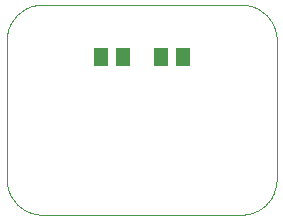
<source format=gbp>
G04 EAGLE Gerber RS-274X export*
G75*
%MOMM*%
%FSLAX35Y35*%
%LPD*%
%INsolder_paste_bottom*%
%IPPOS*%
%AMOC8*
5,1,8,0,0,1.08239X$1,22.5*%
G01*
%ADD10C,0.000000*%
%ADD11R,1.300000X1.500000*%


D10*
X1778000Y2240000D02*
X1778000Y1062000D01*
X1778088Y1054751D01*
X1778350Y1047506D01*
X1778788Y1040270D01*
X1779401Y1033046D01*
X1780187Y1025839D01*
X1781148Y1018653D01*
X1782282Y1011493D01*
X1783589Y1004362D01*
X1785068Y997265D01*
X1786717Y990205D01*
X1788537Y983188D01*
X1790526Y976216D01*
X1792683Y969295D01*
X1795006Y962428D01*
X1797495Y955619D01*
X1800148Y948872D01*
X1802962Y942191D01*
X1805938Y935580D01*
X1809072Y929043D01*
X1812363Y922583D01*
X1815810Y916205D01*
X1819409Y909912D01*
X1823160Y903708D01*
X1827059Y897596D01*
X1831105Y891581D01*
X1835295Y885664D01*
X1839627Y879851D01*
X1844098Y874144D01*
X1848705Y868547D01*
X1853447Y863063D01*
X1858319Y857695D01*
X1863320Y852447D01*
X1868447Y847320D01*
X1873695Y842319D01*
X1879063Y837447D01*
X1884547Y832705D01*
X1890144Y828098D01*
X1895851Y823627D01*
X1901664Y819295D01*
X1907581Y815105D01*
X1913596Y811059D01*
X1919708Y807160D01*
X1925912Y803409D01*
X1932205Y799810D01*
X1938583Y796363D01*
X1945043Y793072D01*
X1951580Y789938D01*
X1958191Y786962D01*
X1964872Y784148D01*
X1971619Y781495D01*
X1978428Y779006D01*
X1985295Y776683D01*
X1992216Y774526D01*
X1999188Y772537D01*
X2006205Y770717D01*
X2013265Y769068D01*
X2020362Y767589D01*
X2027493Y766282D01*
X2034653Y765148D01*
X2041839Y764187D01*
X2049046Y763401D01*
X2056270Y762788D01*
X2063506Y762350D01*
X2070751Y762088D01*
X2078000Y762000D01*
X3762337Y762000D01*
X3769696Y762090D01*
X3777050Y762361D01*
X3784395Y762812D01*
X3791727Y763443D01*
X3799042Y764254D01*
X3806334Y765244D01*
X3813600Y766412D01*
X3820835Y767759D01*
X3828034Y769282D01*
X3835195Y770981D01*
X3842311Y772856D01*
X3849379Y774905D01*
X3856395Y777126D01*
X3863354Y779519D01*
X3870253Y782082D01*
X3877086Y784813D01*
X3883851Y787711D01*
X3890542Y790774D01*
X3897157Y794001D01*
X3903690Y797388D01*
X3910138Y800935D01*
X3916497Y804639D01*
X3922763Y808498D01*
X3928933Y812509D01*
X3935003Y816670D01*
X3940968Y820980D01*
X3946827Y825434D01*
X3952574Y830030D01*
X3958206Y834766D01*
X3963721Y839639D01*
X3969115Y844646D01*
X3974384Y849783D01*
X3979526Y855048D01*
X3984537Y860438D01*
X3989414Y865949D01*
X3994154Y871578D01*
X3998755Y877321D01*
X4003214Y883176D01*
X4007528Y889138D01*
X4011694Y895204D01*
X4015711Y901371D01*
X4019574Y907634D01*
X4023283Y913990D01*
X4026835Y920435D01*
X4030228Y926966D01*
X4033460Y933577D01*
X4036528Y940266D01*
X4039432Y947028D01*
X4042169Y953860D01*
X4044737Y960756D01*
X4047135Y967714D01*
X4049362Y974728D01*
X4051417Y981794D01*
X4053297Y988909D01*
X4055002Y996068D01*
X4056531Y1003267D01*
X4057884Y1010501D01*
X4059058Y1017765D01*
X4060054Y1025057D01*
X4060870Y1032371D01*
X4061507Y1039702D01*
X4061964Y1047047D01*
X4062241Y1054401D01*
X4062337Y1061760D01*
X4063662Y2239685D01*
X4063582Y2246939D01*
X4063327Y2254189D01*
X4062896Y2261431D01*
X4062291Y2268660D01*
X4061511Y2275872D01*
X4060557Y2283064D01*
X4059429Y2290230D01*
X4058128Y2297367D01*
X4056655Y2304471D01*
X4055010Y2311536D01*
X4053196Y2318560D01*
X4051212Y2325538D01*
X4049059Y2332466D01*
X4046740Y2339340D01*
X4044256Y2346156D01*
X4041607Y2352910D01*
X4038796Y2359598D01*
X4035823Y2366215D01*
X4032692Y2372759D01*
X4029403Y2379226D01*
X4025959Y2385611D01*
X4022362Y2391910D01*
X4018613Y2398121D01*
X4014715Y2404240D01*
X4010671Y2410262D01*
X4006482Y2416185D01*
X4002151Y2422005D01*
X3997680Y2427718D01*
X3993073Y2433322D01*
X3988331Y2438813D01*
X3983458Y2444187D01*
X3978457Y2449442D01*
X3973330Y2454574D01*
X3968080Y2459581D01*
X3962711Y2464460D01*
X3957225Y2469207D01*
X3951626Y2473821D01*
X3945918Y2478297D01*
X3940102Y2482634D01*
X3934184Y2486830D01*
X3928166Y2490881D01*
X3922051Y2494785D01*
X3915844Y2498540D01*
X3909548Y2502144D01*
X3903167Y2505595D01*
X3896704Y2508890D01*
X3890163Y2512029D01*
X3883549Y2515008D01*
X3876864Y2517826D01*
X3870113Y2520482D01*
X3863300Y2522974D01*
X3856428Y2525300D01*
X3849503Y2527460D01*
X3842527Y2529451D01*
X3835505Y2531273D01*
X3828441Y2532925D01*
X3821339Y2534405D01*
X3814203Y2535714D01*
X3807038Y2536849D01*
X3799848Y2537811D01*
X3792636Y2538599D01*
X3785407Y2539212D01*
X3778166Y2539650D01*
X3770916Y2539913D01*
X3763662Y2540000D01*
X3763663Y2540000D02*
X2078000Y2540000D01*
X2070751Y2539912D01*
X2063506Y2539650D01*
X2056270Y2539212D01*
X2049046Y2538599D01*
X2041839Y2537813D01*
X2034653Y2536852D01*
X2027493Y2535718D01*
X2020362Y2534411D01*
X2013265Y2532932D01*
X2006205Y2531283D01*
X1999188Y2529463D01*
X1992216Y2527474D01*
X1985295Y2525317D01*
X1978428Y2522994D01*
X1971619Y2520505D01*
X1964872Y2517852D01*
X1958191Y2515038D01*
X1951580Y2512062D01*
X1945043Y2508928D01*
X1938583Y2505637D01*
X1932205Y2502190D01*
X1925912Y2498591D01*
X1919708Y2494840D01*
X1913596Y2490941D01*
X1907581Y2486895D01*
X1901664Y2482705D01*
X1895851Y2478373D01*
X1890144Y2473902D01*
X1884547Y2469295D01*
X1879063Y2464553D01*
X1873695Y2459681D01*
X1868447Y2454680D01*
X1863320Y2449553D01*
X1858319Y2444305D01*
X1853447Y2438937D01*
X1848705Y2433453D01*
X1844098Y2427856D01*
X1839627Y2422149D01*
X1835295Y2416336D01*
X1831105Y2410419D01*
X1827059Y2404404D01*
X1823160Y2398292D01*
X1819409Y2392088D01*
X1815810Y2385795D01*
X1812363Y2379417D01*
X1809072Y2372957D01*
X1805938Y2366420D01*
X1802962Y2359809D01*
X1800148Y2353128D01*
X1797495Y2346381D01*
X1795006Y2339572D01*
X1792683Y2332705D01*
X1790526Y2325784D01*
X1788537Y2318812D01*
X1786717Y2311795D01*
X1785068Y2304735D01*
X1783589Y2297638D01*
X1782282Y2290507D01*
X1781148Y2283347D01*
X1780187Y2276161D01*
X1779401Y2268954D01*
X1778788Y2261730D01*
X1778350Y2254494D01*
X1778088Y2247249D01*
X1778000Y2240000D01*
D11*
X2572000Y2095500D03*
X2762000Y2095500D03*
X3080000Y2095500D03*
X3270000Y2095500D03*
M02*

</source>
